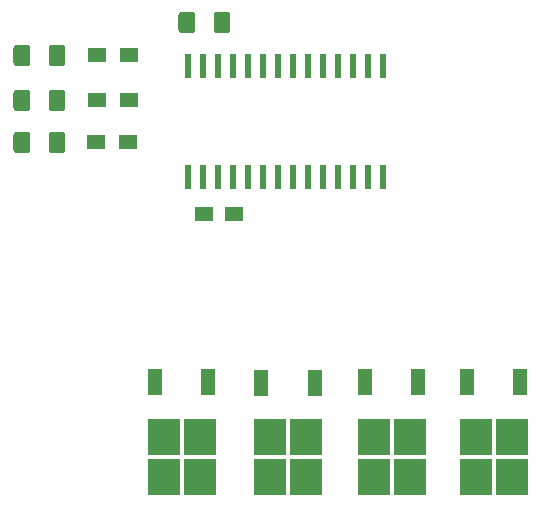
<source format=gtp>
G04 #@! TF.GenerationSoftware,KiCad,Pcbnew,(5.0.0-3-g5ebb6b6)*
G04 #@! TF.CreationDate,2018-11-03T13:06:53-04:00*
G04 #@! TF.ProjectId,injector,696E6A6563746F722E6B696361645F70,rev?*
G04 #@! TF.SameCoordinates,Original*
G04 #@! TF.FileFunction,Paste,Top*
G04 #@! TF.FilePolarity,Positive*
%FSLAX46Y46*%
G04 Gerber Fmt 4.6, Leading zero omitted, Abs format (unit mm)*
G04 Created by KiCad (PCBNEW (5.0.0-3-g5ebb6b6)) date Saturday, November 03, 2018 at 01:06:53 PM*
%MOMM*%
%LPD*%
G01*
G04 APERTURE LIST*
%ADD10R,1.200000X2.200000*%
%ADD11R,2.750000X3.050000*%
%ADD12R,0.600000X2.000000*%
%ADD13R,1.500000X1.250000*%
%ADD14C,0.100000*%
%ADD15C,1.425000*%
%ADD16R,1.500000X1.300000*%
G04 APERTURE END LIST*
D10*
G04 #@! TO.C,Q1*
X170809000Y-122174000D03*
X166249000Y-122174000D03*
D11*
X167004000Y-130149000D03*
X170054000Y-126799000D03*
X170054000Y-130149000D03*
X167004000Y-126799000D03*
G04 #@! TD*
D12*
G04 #@! TO.C,U3*
X167767000Y-104776000D03*
X166497000Y-104776000D03*
X165227000Y-104776000D03*
X163957000Y-104776000D03*
X162687000Y-104776000D03*
X161417000Y-104776000D03*
X160147000Y-104776000D03*
X158877000Y-104776000D03*
X157607000Y-104776000D03*
X156337000Y-104776000D03*
X155067000Y-104776000D03*
X153797000Y-104776000D03*
X152527000Y-104776000D03*
X151257000Y-104776000D03*
X151257000Y-95376000D03*
X152527000Y-95376000D03*
X153797000Y-95376000D03*
X155067000Y-95376000D03*
X156337000Y-95376000D03*
X157607000Y-95376000D03*
X158877000Y-95376000D03*
X160147000Y-95376000D03*
X161417000Y-95376000D03*
X162687000Y-95376000D03*
X163957000Y-95376000D03*
X165227000Y-95376000D03*
X166497000Y-95376000D03*
X167767000Y-95376000D03*
G04 #@! TD*
D13*
G04 #@! TO.C,C2*
X155194000Y-107950000D03*
X152694000Y-107950000D03*
G04 #@! TD*
D14*
G04 #@! TO.C,F2*
G36*
X154665004Y-90820204D02*
X154689273Y-90823804D01*
X154713071Y-90829765D01*
X154736171Y-90838030D01*
X154758349Y-90848520D01*
X154779393Y-90861133D01*
X154799098Y-90875747D01*
X154817277Y-90892223D01*
X154833753Y-90910402D01*
X154848367Y-90930107D01*
X154860980Y-90951151D01*
X154871470Y-90973329D01*
X154879735Y-90996429D01*
X154885696Y-91020227D01*
X154889296Y-91044496D01*
X154890500Y-91069000D01*
X154890500Y-92319000D01*
X154889296Y-92343504D01*
X154885696Y-92367773D01*
X154879735Y-92391571D01*
X154871470Y-92414671D01*
X154860980Y-92436849D01*
X154848367Y-92457893D01*
X154833753Y-92477598D01*
X154817277Y-92495777D01*
X154799098Y-92512253D01*
X154779393Y-92526867D01*
X154758349Y-92539480D01*
X154736171Y-92549970D01*
X154713071Y-92558235D01*
X154689273Y-92564196D01*
X154665004Y-92567796D01*
X154640500Y-92569000D01*
X153715500Y-92569000D01*
X153690996Y-92567796D01*
X153666727Y-92564196D01*
X153642929Y-92558235D01*
X153619829Y-92549970D01*
X153597651Y-92539480D01*
X153576607Y-92526867D01*
X153556902Y-92512253D01*
X153538723Y-92495777D01*
X153522247Y-92477598D01*
X153507633Y-92457893D01*
X153495020Y-92436849D01*
X153484530Y-92414671D01*
X153476265Y-92391571D01*
X153470304Y-92367773D01*
X153466704Y-92343504D01*
X153465500Y-92319000D01*
X153465500Y-91069000D01*
X153466704Y-91044496D01*
X153470304Y-91020227D01*
X153476265Y-90996429D01*
X153484530Y-90973329D01*
X153495020Y-90951151D01*
X153507633Y-90930107D01*
X153522247Y-90910402D01*
X153538723Y-90892223D01*
X153556902Y-90875747D01*
X153576607Y-90861133D01*
X153597651Y-90848520D01*
X153619829Y-90838030D01*
X153642929Y-90829765D01*
X153666727Y-90823804D01*
X153690996Y-90820204D01*
X153715500Y-90819000D01*
X154640500Y-90819000D01*
X154665004Y-90820204D01*
X154665004Y-90820204D01*
G37*
D15*
X154178000Y-91694000D03*
D14*
G36*
X151690004Y-90820204D02*
X151714273Y-90823804D01*
X151738071Y-90829765D01*
X151761171Y-90838030D01*
X151783349Y-90848520D01*
X151804393Y-90861133D01*
X151824098Y-90875747D01*
X151842277Y-90892223D01*
X151858753Y-90910402D01*
X151873367Y-90930107D01*
X151885980Y-90951151D01*
X151896470Y-90973329D01*
X151904735Y-90996429D01*
X151910696Y-91020227D01*
X151914296Y-91044496D01*
X151915500Y-91069000D01*
X151915500Y-92319000D01*
X151914296Y-92343504D01*
X151910696Y-92367773D01*
X151904735Y-92391571D01*
X151896470Y-92414671D01*
X151885980Y-92436849D01*
X151873367Y-92457893D01*
X151858753Y-92477598D01*
X151842277Y-92495777D01*
X151824098Y-92512253D01*
X151804393Y-92526867D01*
X151783349Y-92539480D01*
X151761171Y-92549970D01*
X151738071Y-92558235D01*
X151714273Y-92564196D01*
X151690004Y-92567796D01*
X151665500Y-92569000D01*
X150740500Y-92569000D01*
X150715996Y-92567796D01*
X150691727Y-92564196D01*
X150667929Y-92558235D01*
X150644829Y-92549970D01*
X150622651Y-92539480D01*
X150601607Y-92526867D01*
X150581902Y-92512253D01*
X150563723Y-92495777D01*
X150547247Y-92477598D01*
X150532633Y-92457893D01*
X150520020Y-92436849D01*
X150509530Y-92414671D01*
X150501265Y-92391571D01*
X150495304Y-92367773D01*
X150491704Y-92343504D01*
X150490500Y-92319000D01*
X150490500Y-91069000D01*
X150491704Y-91044496D01*
X150495304Y-91020227D01*
X150501265Y-90996429D01*
X150509530Y-90973329D01*
X150520020Y-90951151D01*
X150532633Y-90930107D01*
X150547247Y-90910402D01*
X150563723Y-90892223D01*
X150581902Y-90875747D01*
X150601607Y-90861133D01*
X150622651Y-90848520D01*
X150644829Y-90838030D01*
X150667929Y-90829765D01*
X150691727Y-90823804D01*
X150715996Y-90820204D01*
X150740500Y-90819000D01*
X151665500Y-90819000D01*
X151690004Y-90820204D01*
X151690004Y-90820204D01*
G37*
D15*
X151203000Y-91694000D03*
G04 #@! TD*
D14*
G04 #@! TO.C,D6*
G36*
X140695004Y-93614204D02*
X140719273Y-93617804D01*
X140743071Y-93623765D01*
X140766171Y-93632030D01*
X140788349Y-93642520D01*
X140809393Y-93655133D01*
X140829098Y-93669747D01*
X140847277Y-93686223D01*
X140863753Y-93704402D01*
X140878367Y-93724107D01*
X140890980Y-93745151D01*
X140901470Y-93767329D01*
X140909735Y-93790429D01*
X140915696Y-93814227D01*
X140919296Y-93838496D01*
X140920500Y-93863000D01*
X140920500Y-95113000D01*
X140919296Y-95137504D01*
X140915696Y-95161773D01*
X140909735Y-95185571D01*
X140901470Y-95208671D01*
X140890980Y-95230849D01*
X140878367Y-95251893D01*
X140863753Y-95271598D01*
X140847277Y-95289777D01*
X140829098Y-95306253D01*
X140809393Y-95320867D01*
X140788349Y-95333480D01*
X140766171Y-95343970D01*
X140743071Y-95352235D01*
X140719273Y-95358196D01*
X140695004Y-95361796D01*
X140670500Y-95363000D01*
X139745500Y-95363000D01*
X139720996Y-95361796D01*
X139696727Y-95358196D01*
X139672929Y-95352235D01*
X139649829Y-95343970D01*
X139627651Y-95333480D01*
X139606607Y-95320867D01*
X139586902Y-95306253D01*
X139568723Y-95289777D01*
X139552247Y-95271598D01*
X139537633Y-95251893D01*
X139525020Y-95230849D01*
X139514530Y-95208671D01*
X139506265Y-95185571D01*
X139500304Y-95161773D01*
X139496704Y-95137504D01*
X139495500Y-95113000D01*
X139495500Y-93863000D01*
X139496704Y-93838496D01*
X139500304Y-93814227D01*
X139506265Y-93790429D01*
X139514530Y-93767329D01*
X139525020Y-93745151D01*
X139537633Y-93724107D01*
X139552247Y-93704402D01*
X139568723Y-93686223D01*
X139586902Y-93669747D01*
X139606607Y-93655133D01*
X139627651Y-93642520D01*
X139649829Y-93632030D01*
X139672929Y-93623765D01*
X139696727Y-93617804D01*
X139720996Y-93614204D01*
X139745500Y-93613000D01*
X140670500Y-93613000D01*
X140695004Y-93614204D01*
X140695004Y-93614204D01*
G37*
D15*
X140208000Y-94488000D03*
D14*
G36*
X137720004Y-93614204D02*
X137744273Y-93617804D01*
X137768071Y-93623765D01*
X137791171Y-93632030D01*
X137813349Y-93642520D01*
X137834393Y-93655133D01*
X137854098Y-93669747D01*
X137872277Y-93686223D01*
X137888753Y-93704402D01*
X137903367Y-93724107D01*
X137915980Y-93745151D01*
X137926470Y-93767329D01*
X137934735Y-93790429D01*
X137940696Y-93814227D01*
X137944296Y-93838496D01*
X137945500Y-93863000D01*
X137945500Y-95113000D01*
X137944296Y-95137504D01*
X137940696Y-95161773D01*
X137934735Y-95185571D01*
X137926470Y-95208671D01*
X137915980Y-95230849D01*
X137903367Y-95251893D01*
X137888753Y-95271598D01*
X137872277Y-95289777D01*
X137854098Y-95306253D01*
X137834393Y-95320867D01*
X137813349Y-95333480D01*
X137791171Y-95343970D01*
X137768071Y-95352235D01*
X137744273Y-95358196D01*
X137720004Y-95361796D01*
X137695500Y-95363000D01*
X136770500Y-95363000D01*
X136745996Y-95361796D01*
X136721727Y-95358196D01*
X136697929Y-95352235D01*
X136674829Y-95343970D01*
X136652651Y-95333480D01*
X136631607Y-95320867D01*
X136611902Y-95306253D01*
X136593723Y-95289777D01*
X136577247Y-95271598D01*
X136562633Y-95251893D01*
X136550020Y-95230849D01*
X136539530Y-95208671D01*
X136531265Y-95185571D01*
X136525304Y-95161773D01*
X136521704Y-95137504D01*
X136520500Y-95113000D01*
X136520500Y-93863000D01*
X136521704Y-93838496D01*
X136525304Y-93814227D01*
X136531265Y-93790429D01*
X136539530Y-93767329D01*
X136550020Y-93745151D01*
X136562633Y-93724107D01*
X136577247Y-93704402D01*
X136593723Y-93686223D01*
X136611902Y-93669747D01*
X136631607Y-93655133D01*
X136652651Y-93642520D01*
X136674829Y-93632030D01*
X136697929Y-93623765D01*
X136721727Y-93617804D01*
X136745996Y-93614204D01*
X136770500Y-93613000D01*
X137695500Y-93613000D01*
X137720004Y-93614204D01*
X137720004Y-93614204D01*
G37*
D15*
X137233000Y-94488000D03*
G04 #@! TD*
D14*
G04 #@! TO.C,D7*
G36*
X137720004Y-97424204D02*
X137744273Y-97427804D01*
X137768071Y-97433765D01*
X137791171Y-97442030D01*
X137813349Y-97452520D01*
X137834393Y-97465133D01*
X137854098Y-97479747D01*
X137872277Y-97496223D01*
X137888753Y-97514402D01*
X137903367Y-97534107D01*
X137915980Y-97555151D01*
X137926470Y-97577329D01*
X137934735Y-97600429D01*
X137940696Y-97624227D01*
X137944296Y-97648496D01*
X137945500Y-97673000D01*
X137945500Y-98923000D01*
X137944296Y-98947504D01*
X137940696Y-98971773D01*
X137934735Y-98995571D01*
X137926470Y-99018671D01*
X137915980Y-99040849D01*
X137903367Y-99061893D01*
X137888753Y-99081598D01*
X137872277Y-99099777D01*
X137854098Y-99116253D01*
X137834393Y-99130867D01*
X137813349Y-99143480D01*
X137791171Y-99153970D01*
X137768071Y-99162235D01*
X137744273Y-99168196D01*
X137720004Y-99171796D01*
X137695500Y-99173000D01*
X136770500Y-99173000D01*
X136745996Y-99171796D01*
X136721727Y-99168196D01*
X136697929Y-99162235D01*
X136674829Y-99153970D01*
X136652651Y-99143480D01*
X136631607Y-99130867D01*
X136611902Y-99116253D01*
X136593723Y-99099777D01*
X136577247Y-99081598D01*
X136562633Y-99061893D01*
X136550020Y-99040849D01*
X136539530Y-99018671D01*
X136531265Y-98995571D01*
X136525304Y-98971773D01*
X136521704Y-98947504D01*
X136520500Y-98923000D01*
X136520500Y-97673000D01*
X136521704Y-97648496D01*
X136525304Y-97624227D01*
X136531265Y-97600429D01*
X136539530Y-97577329D01*
X136550020Y-97555151D01*
X136562633Y-97534107D01*
X136577247Y-97514402D01*
X136593723Y-97496223D01*
X136611902Y-97479747D01*
X136631607Y-97465133D01*
X136652651Y-97452520D01*
X136674829Y-97442030D01*
X136697929Y-97433765D01*
X136721727Y-97427804D01*
X136745996Y-97424204D01*
X136770500Y-97423000D01*
X137695500Y-97423000D01*
X137720004Y-97424204D01*
X137720004Y-97424204D01*
G37*
D15*
X137233000Y-98298000D03*
D14*
G36*
X140695004Y-97424204D02*
X140719273Y-97427804D01*
X140743071Y-97433765D01*
X140766171Y-97442030D01*
X140788349Y-97452520D01*
X140809393Y-97465133D01*
X140829098Y-97479747D01*
X140847277Y-97496223D01*
X140863753Y-97514402D01*
X140878367Y-97534107D01*
X140890980Y-97555151D01*
X140901470Y-97577329D01*
X140909735Y-97600429D01*
X140915696Y-97624227D01*
X140919296Y-97648496D01*
X140920500Y-97673000D01*
X140920500Y-98923000D01*
X140919296Y-98947504D01*
X140915696Y-98971773D01*
X140909735Y-98995571D01*
X140901470Y-99018671D01*
X140890980Y-99040849D01*
X140878367Y-99061893D01*
X140863753Y-99081598D01*
X140847277Y-99099777D01*
X140829098Y-99116253D01*
X140809393Y-99130867D01*
X140788349Y-99143480D01*
X140766171Y-99153970D01*
X140743071Y-99162235D01*
X140719273Y-99168196D01*
X140695004Y-99171796D01*
X140670500Y-99173000D01*
X139745500Y-99173000D01*
X139720996Y-99171796D01*
X139696727Y-99168196D01*
X139672929Y-99162235D01*
X139649829Y-99153970D01*
X139627651Y-99143480D01*
X139606607Y-99130867D01*
X139586902Y-99116253D01*
X139568723Y-99099777D01*
X139552247Y-99081598D01*
X139537633Y-99061893D01*
X139525020Y-99040849D01*
X139514530Y-99018671D01*
X139506265Y-98995571D01*
X139500304Y-98971773D01*
X139496704Y-98947504D01*
X139495500Y-98923000D01*
X139495500Y-97673000D01*
X139496704Y-97648496D01*
X139500304Y-97624227D01*
X139506265Y-97600429D01*
X139514530Y-97577329D01*
X139525020Y-97555151D01*
X139537633Y-97534107D01*
X139552247Y-97514402D01*
X139568723Y-97496223D01*
X139586902Y-97479747D01*
X139606607Y-97465133D01*
X139627651Y-97452520D01*
X139649829Y-97442030D01*
X139672929Y-97433765D01*
X139696727Y-97427804D01*
X139720996Y-97424204D01*
X139745500Y-97423000D01*
X140670500Y-97423000D01*
X140695004Y-97424204D01*
X140695004Y-97424204D01*
G37*
D15*
X140208000Y-98298000D03*
G04 #@! TD*
D14*
G04 #@! TO.C,D5*
G36*
X140695004Y-100980204D02*
X140719273Y-100983804D01*
X140743071Y-100989765D01*
X140766171Y-100998030D01*
X140788349Y-101008520D01*
X140809393Y-101021133D01*
X140829098Y-101035747D01*
X140847277Y-101052223D01*
X140863753Y-101070402D01*
X140878367Y-101090107D01*
X140890980Y-101111151D01*
X140901470Y-101133329D01*
X140909735Y-101156429D01*
X140915696Y-101180227D01*
X140919296Y-101204496D01*
X140920500Y-101229000D01*
X140920500Y-102479000D01*
X140919296Y-102503504D01*
X140915696Y-102527773D01*
X140909735Y-102551571D01*
X140901470Y-102574671D01*
X140890980Y-102596849D01*
X140878367Y-102617893D01*
X140863753Y-102637598D01*
X140847277Y-102655777D01*
X140829098Y-102672253D01*
X140809393Y-102686867D01*
X140788349Y-102699480D01*
X140766171Y-102709970D01*
X140743071Y-102718235D01*
X140719273Y-102724196D01*
X140695004Y-102727796D01*
X140670500Y-102729000D01*
X139745500Y-102729000D01*
X139720996Y-102727796D01*
X139696727Y-102724196D01*
X139672929Y-102718235D01*
X139649829Y-102709970D01*
X139627651Y-102699480D01*
X139606607Y-102686867D01*
X139586902Y-102672253D01*
X139568723Y-102655777D01*
X139552247Y-102637598D01*
X139537633Y-102617893D01*
X139525020Y-102596849D01*
X139514530Y-102574671D01*
X139506265Y-102551571D01*
X139500304Y-102527773D01*
X139496704Y-102503504D01*
X139495500Y-102479000D01*
X139495500Y-101229000D01*
X139496704Y-101204496D01*
X139500304Y-101180227D01*
X139506265Y-101156429D01*
X139514530Y-101133329D01*
X139525020Y-101111151D01*
X139537633Y-101090107D01*
X139552247Y-101070402D01*
X139568723Y-101052223D01*
X139586902Y-101035747D01*
X139606607Y-101021133D01*
X139627651Y-101008520D01*
X139649829Y-100998030D01*
X139672929Y-100989765D01*
X139696727Y-100983804D01*
X139720996Y-100980204D01*
X139745500Y-100979000D01*
X140670500Y-100979000D01*
X140695004Y-100980204D01*
X140695004Y-100980204D01*
G37*
D15*
X140208000Y-101854000D03*
D14*
G36*
X137720004Y-100980204D02*
X137744273Y-100983804D01*
X137768071Y-100989765D01*
X137791171Y-100998030D01*
X137813349Y-101008520D01*
X137834393Y-101021133D01*
X137854098Y-101035747D01*
X137872277Y-101052223D01*
X137888753Y-101070402D01*
X137903367Y-101090107D01*
X137915980Y-101111151D01*
X137926470Y-101133329D01*
X137934735Y-101156429D01*
X137940696Y-101180227D01*
X137944296Y-101204496D01*
X137945500Y-101229000D01*
X137945500Y-102479000D01*
X137944296Y-102503504D01*
X137940696Y-102527773D01*
X137934735Y-102551571D01*
X137926470Y-102574671D01*
X137915980Y-102596849D01*
X137903367Y-102617893D01*
X137888753Y-102637598D01*
X137872277Y-102655777D01*
X137854098Y-102672253D01*
X137834393Y-102686867D01*
X137813349Y-102699480D01*
X137791171Y-102709970D01*
X137768071Y-102718235D01*
X137744273Y-102724196D01*
X137720004Y-102727796D01*
X137695500Y-102729000D01*
X136770500Y-102729000D01*
X136745996Y-102727796D01*
X136721727Y-102724196D01*
X136697929Y-102718235D01*
X136674829Y-102709970D01*
X136652651Y-102699480D01*
X136631607Y-102686867D01*
X136611902Y-102672253D01*
X136593723Y-102655777D01*
X136577247Y-102637598D01*
X136562633Y-102617893D01*
X136550020Y-102596849D01*
X136539530Y-102574671D01*
X136531265Y-102551571D01*
X136525304Y-102527773D01*
X136521704Y-102503504D01*
X136520500Y-102479000D01*
X136520500Y-101229000D01*
X136521704Y-101204496D01*
X136525304Y-101180227D01*
X136531265Y-101156429D01*
X136539530Y-101133329D01*
X136550020Y-101111151D01*
X136562633Y-101090107D01*
X136577247Y-101070402D01*
X136593723Y-101052223D01*
X136611902Y-101035747D01*
X136631607Y-101021133D01*
X136652651Y-101008520D01*
X136674829Y-100998030D01*
X136697929Y-100989765D01*
X136721727Y-100983804D01*
X136745996Y-100980204D01*
X136770500Y-100979000D01*
X137695500Y-100979000D01*
X137720004Y-100980204D01*
X137720004Y-100980204D01*
G37*
D15*
X137233000Y-101854000D03*
G04 #@! TD*
D16*
G04 #@! TO.C,R5*
X143510000Y-101854000D03*
X146210000Y-101854000D03*
G04 #@! TD*
G04 #@! TO.C,R6*
X143604000Y-94488000D03*
X146304000Y-94488000D03*
G04 #@! TD*
G04 #@! TO.C,R7*
X146304000Y-98298000D03*
X143604000Y-98298000D03*
G04 #@! TD*
D11*
G04 #@! TO.C,Q2*
X175640000Y-126799000D03*
X178690000Y-130149000D03*
X178690000Y-126799000D03*
X175640000Y-130149000D03*
D10*
X174885000Y-122174000D03*
X179445000Y-122174000D03*
G04 #@! TD*
G04 #@! TO.C,Q5*
X153029000Y-122174000D03*
X148469000Y-122174000D03*
D11*
X149224000Y-130149000D03*
X152274000Y-126799000D03*
X152274000Y-130149000D03*
X149224000Y-126799000D03*
G04 #@! TD*
G04 #@! TO.C,Q6*
X158242000Y-126825000D03*
X161292000Y-130175000D03*
X161292000Y-126825000D03*
X158242000Y-130175000D03*
D10*
X157487000Y-122200000D03*
X162047000Y-122200000D03*
G04 #@! TD*
M02*

</source>
